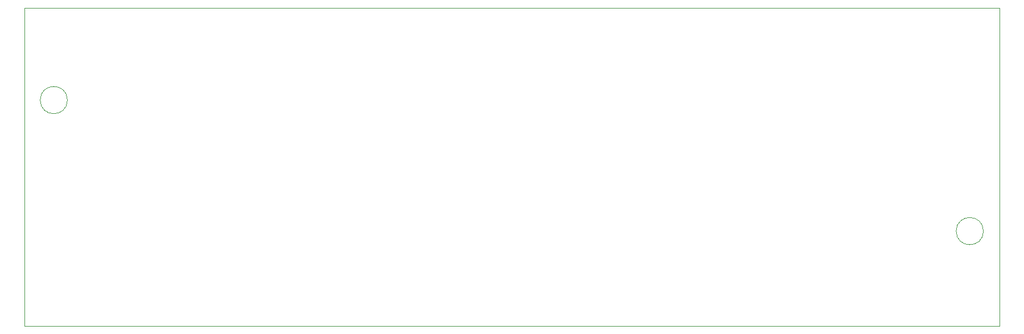
<source format=gbr>
%TF.GenerationSoftware,KiCad,Pcbnew,9.0.2*%
%TF.CreationDate,2025-07-16T22:26:27+02:00*%
%TF.ProjectId,flt-ctl-fo,666c742d-6374-46c2-9d66-6f2e6b696361,rev?*%
%TF.SameCoordinates,Original*%
%TF.FileFunction,Profile,NP*%
%FSLAX46Y46*%
G04 Gerber Fmt 4.6, Leading zero omitted, Abs format (unit mm)*
G04 Created by KiCad (PCBNEW 9.0.2) date 2025-07-16 22:26:27*
%MOMM*%
%LPD*%
G01*
G04 APERTURE LIST*
%TA.AperFunction,Profile*%
%ADD10C,0.050000*%
%TD*%
G04 APERTURE END LIST*
D10*
X79525000Y-90000000D02*
G75*
G02*
X75475308Y-90000000I-2024846J0D01*
G01*
X75475308Y-90000000D02*
G75*
G02*
X79525000Y-90000000I2024846J0D01*
G01*
X73150000Y-76325000D02*
X218150000Y-76325000D01*
X218150000Y-123600000D01*
X73150000Y-123600000D01*
X73150000Y-76325000D01*
X215775000Y-109500000D02*
G75*
G02*
X211725308Y-109500000I-2024846J0D01*
G01*
X211725308Y-109500000D02*
G75*
G02*
X215775000Y-109500000I2024846J0D01*
G01*
M02*

</source>
